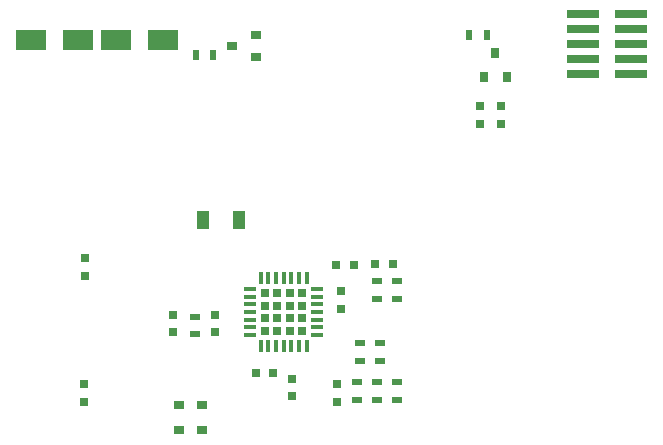
<source format=gbr>
G04 #@! TF.FileFunction,Paste,Top*
%FSLAX46Y46*%
G04 Gerber Fmt 4.6, Leading zero omitted, Abs format (unit mm)*
G04 Created by KiCad (PCBNEW 4.0.1-stable) date 19-02-2017 19:17:03*
%MOMM*%
G01*
G04 APERTURE LIST*
%ADD10C,0.100000*%
%ADD11R,0.900000X0.800000*%
%ADD12R,0.900000X0.500000*%
%ADD13R,0.800000X0.750000*%
%ADD14R,0.750000X0.800000*%
%ADD15R,0.370000X1.000000*%
%ADD16R,1.000000X0.370000*%
%ADD17R,0.637500X0.637500*%
%ADD18R,2.500000X1.800000*%
%ADD19R,2.795000X0.740000*%
%ADD20R,0.800000X0.900000*%
%ADD21R,0.500000X0.900000*%
%ADD22R,1.000000X1.600000*%
G04 APERTURE END LIST*
D10*
D11*
X-41226500Y44073000D03*
X-41226500Y45973000D03*
X-43226500Y45023000D03*
D12*
X-30987000Y25110964D03*
X-30987000Y23610964D03*
D13*
X-32916000Y26481000D03*
X-34416000Y26481000D03*
D14*
X-44728400Y22280800D03*
X-44728400Y20780800D03*
D12*
X-29272500Y15075700D03*
X-29272500Y16575700D03*
D13*
X-31102000Y26608000D03*
X-29602000Y26608000D03*
D12*
X-29272500Y23610964D03*
X-29272500Y25110964D03*
D15*
X-36929336Y25367460D03*
X-37579336Y25367460D03*
X-38229336Y25367460D03*
X-38879336Y25367460D03*
X-39529336Y25367460D03*
X-40179336Y25367460D03*
X-40829336Y25367460D03*
D16*
X-41729336Y24467460D03*
X-41729336Y23817460D03*
X-41729336Y23167460D03*
X-41729336Y22517460D03*
X-41729336Y21867460D03*
X-41729336Y21217460D03*
X-41729336Y20567460D03*
D15*
X-40829336Y19667460D03*
X-40179336Y19667460D03*
X-39529336Y19667460D03*
X-38879336Y19667460D03*
X-38229336Y19667460D03*
X-37579336Y19667460D03*
X-36929336Y19667460D03*
D16*
X-36029336Y20567460D03*
X-36029336Y21217460D03*
X-36029336Y21867460D03*
X-36029336Y22517460D03*
X-36029336Y23167460D03*
X-36029336Y23817460D03*
X-36029336Y24467460D03*
D17*
X-40473086Y20923710D03*
X-39410586Y20923710D03*
X-38348086Y20923710D03*
X-37285586Y20923710D03*
X-40473086Y21986210D03*
X-39410586Y21986210D03*
X-38348086Y21986210D03*
X-37285586Y21986210D03*
X-40473086Y23048710D03*
X-39410586Y23048710D03*
X-38348086Y23048710D03*
X-37285586Y23048710D03*
X-40473086Y24111210D03*
X-39410586Y24111210D03*
X-38348086Y24111210D03*
X-37285586Y24111210D03*
D12*
X-30987000Y16575700D03*
X-30987000Y15075700D03*
D18*
X-60302160Y45510680D03*
X-56302160Y45510680D03*
X-53073320Y45505600D03*
X-49073320Y45505600D03*
D19*
X-13502140Y47715400D03*
X-9437140Y47715400D03*
X-13502140Y46445400D03*
X-9437140Y46445400D03*
X-13502140Y45175400D03*
X-9437140Y45175400D03*
X-13502140Y43905400D03*
X-9437140Y43905400D03*
X-13502140Y42635400D03*
X-9437140Y42635400D03*
D14*
X-20446000Y38431000D03*
X-20446000Y39931000D03*
X-55691040Y27104000D03*
X-55691040Y25604000D03*
X-55752000Y14936000D03*
X-55752000Y16436000D03*
X-22224000Y38431000D03*
X-22224000Y39931000D03*
X-48208200Y20780800D03*
X-48208200Y22280800D03*
X-38162500Y15380500D03*
X-38162500Y16880500D03*
X-34352500Y16424000D03*
X-34352500Y14924000D03*
D12*
X-32663400Y15063000D03*
X-32663400Y16563000D03*
X-46379400Y22128400D03*
X-46379400Y20628400D03*
X-32396700Y18365000D03*
X-32396700Y19865000D03*
X-30707600Y18365000D03*
X-30707600Y19865000D03*
D13*
X-41250000Y17337000D03*
X-39750000Y17337000D03*
D14*
X-34009600Y22759200D03*
X-34009600Y24259200D03*
D11*
X-47725600Y14653200D03*
X-47725600Y12553200D03*
X-45795200Y14653200D03*
X-45795200Y12553200D03*
D20*
X-21904000Y42422800D03*
X-20004000Y42422800D03*
X-20954000Y44422800D03*
D21*
X-44816600Y44261000D03*
X-46316600Y44261000D03*
X-21677200Y45975500D03*
X-23177200Y45975500D03*
D22*
X-45695000Y30291000D03*
X-42695000Y30291000D03*
M02*

</source>
